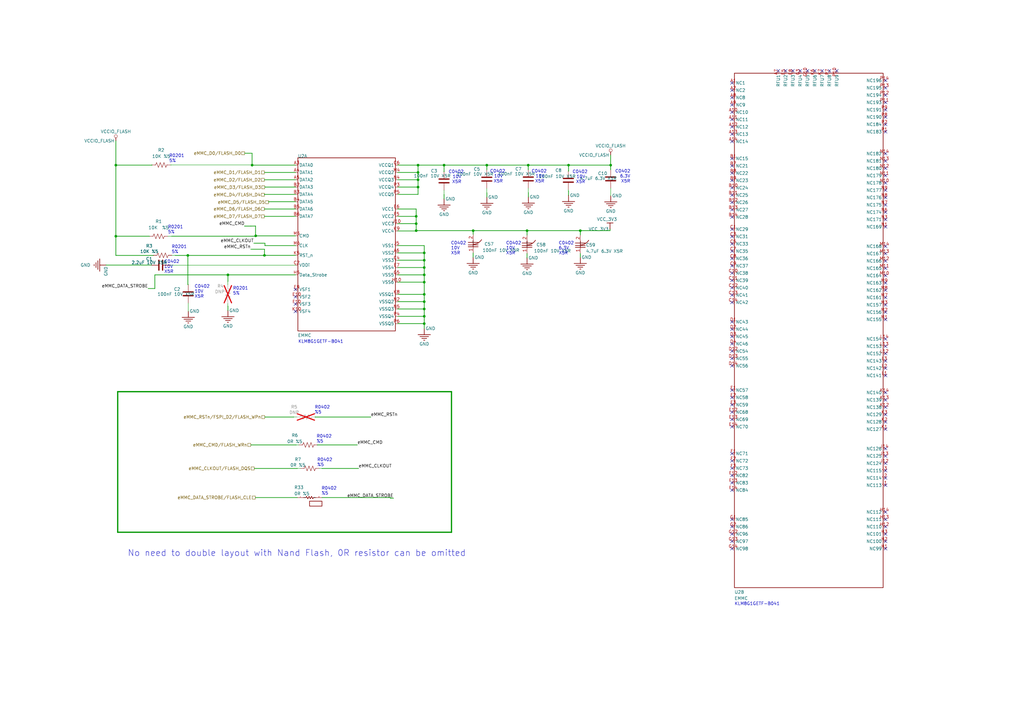
<source format=kicad_sch>
(kicad_sch (version 20230819) (generator eeschema)
  (paper "A3")
  (lib_symbols
    (symbol "CM3568-altium-import:GND" (power)
      (property "Reference" "#PWR" (at 0 0 0))
      (property "Value" "GND" (at 0 6.35 0))
      (symbol "GND_0_0"
        (polyline (pts (xy -2.54 -2.54) (xy 2.54 -2.54)) (stroke (width 0.254)))
        (polyline (pts (xy -1.778 -3.302) (xy 1.778 -3.302)) (stroke (width 0.254)))
        (polyline (pts (xy -1.016 -4.064) (xy 1.016 -4.064)) (stroke (width 0.254)))
        (polyline (pts (xy -0.254 -4.826) (xy 0.254 -4.826)) (stroke (width 0.254)))
        (polyline (pts (xy 0 0) (xy 0 -2.54)) (stroke (width 0.254)))
        (pin power_in line (at 0 0 0) (length 0) (name "GND") (number ""))
      )
    )
    (symbol "CM3568-altium-import:VCCIO_FLASH" (power)
      (property "Reference" "#PWR" (at 0 0 0))
      (property "Value" "VCCIO_FLASH" (at 0 3.81 0))
      (symbol "VCCIO_FLASH_0_0"
        (circle (center 0 -1.905) (radius 0.635) (stroke (width 0.127)))
        (polyline (pts (xy 0 0) (xy 0 -1.27)) (stroke (width 0.254)))
        (pin power_in line (at 0 0 0) (length 0) (name "VCCIO_FLASH") (number ""))
      )
    )
    (symbol "CM3568-altium-import:VCC_3V3" (power)
      (property "Reference" "#PWR" (at 0 0 0))
      (property "Value" "VCC_3V3" (at 0 3.81 0))
      (symbol "VCC_3V3_0_0"
        (polyline (pts (xy -1.27 -2.54) (xy 1.27 -2.54)) (stroke (width 0.254)))
        (polyline (pts (xy 0 0) (xy 0 -2.54)) (stroke (width 0.254)))
        (pin power_in line (at 0 0 0) (length 0) (name "VCC_3V3") (number ""))
      )
    )
    (symbol "CM3568-altium-import:root_0_EMMC"
      (symbol "root_0_EMMC_1_0"
        (rectangle (start 73 82) (end 33 11) (stroke (width 0.254)))
        (pin passive line (at 32 79 0) (length 1) (name "DATA0") (number "A3"))
        (pin passive line (at 32 76 0) (length 1) (name "DATA1") (number "A4"))
        (pin passive line (at 32 73 0) (length 1) (name "DATA2") (number "A5"))
        (pin passive line (at 74 43 180) (length 1) (name "VSS2") (number "A6"))
        (pin passive line (at 32 70 0) (length 1) (name "DATA3") (number "B2"))
        (pin passive line (at 32 67 0) (length 1) (name "DATA4") (number "B3"))
        (pin passive line (at 32 64 0) (length 1) (name "DATA5") (number "B4"))
        (pin passive line (at 32 61 0) (length 1) (name "DATA6") (number "B5"))
        (pin passive line (at 32 58 0) (length 1) (name "DATA7") (number "B6"))
        (pin passive line (at 32 38 0) (length 1) (name "VDDi") (number "C2"))
        (pin passive line (at 74 40 180) (length 1) (name "VSS3") (number "C4"))
        (pin passive line (at 74 79 180) (length 1) (name "VCCQ1") (number "C6"))
        (pin passive line (at 32 25 0) (length 1) (name "VSF2") (number "E10"))
        (pin passive line (at 74 61 180) (length 1) (name "VCC1") (number "E6"))
        (pin passive line (at 74 37 180) (length 1) (name "VSS4") (number "E7"))
        (pin passive line (at 32 28 0) (length 1) (name "VSF1") (number "E9"))
        (pin passive line (at 32 22 0) (length 1) (name "VSF3") (number "F10"))
        (pin passive line (at 74 58 180) (length 1) (name "VCC2") (number "F5"))
        (pin passive line (at 74 34 180) (length 1) (name "VSS5") (number "G5"))
        (pin passive line (at 74 31 180) (length 1) (name "VSS6") (number "H10"))
        (pin passive line (at 32 34 0) (length 1) (name "Data_Strobe") (number "H5"))
        (pin passive line (at 74 55 180) (length 1) (name "VCC3") (number "J10"))
        (pin passive line (at 74 46 180) (length 1) (name "VSS1") (number "J5"))
        (pin passive line (at 32 19 0) (length 1) (name "VSF4") (number "K10"))
        (pin passive line (at 32 42 0) (length 1) (name "RST_n") (number "K5"))
        (pin passive line (at 74 26 180) (length 1) (name "VSSQ1") (number "K8"))
        (pin passive line (at 74 52 180) (length 1) (name "VCC4") (number "K9"))
        (pin passive line (at 74 76 180) (length 1) (name "VCCQ2") (number "M4"))
        (pin passive line (at 32 50 0) (length 1) (name "CMD") (number "M5"))
        (pin passive line (at 32 46 0) (length 1) (name "CLK") (number "M6"))
        (pin passive line (at 74 23 180) (length 1) (name "VSSQ2") (number "N2"))
        (pin passive line (at 74 73 180) (length 1) (name "VCCQ3") (number "N4"))
        (pin passive line (at 74 20 180) (length 1) (name "VSSQ3") (number "N5"))
        (pin passive line (at 74 70 180) (length 1) (name "VCCQ4") (number "P3"))
        (pin passive line (at 74 17 180) (length 1) (name "VSSQ4") (number "P4"))
        (pin passive line (at 74 67 180) (length 1) (name "VCCQ5") (number "P5"))
        (pin passive line (at 74 14 180) (length 1) (name "VSSQ5") (number "P6"))
      )
      (symbol "root_0_EMMC_2_0"
        (rectangle (start 136 245) (end 75 34) (stroke (width 0.254)))
        (pin passive line (at 74 241 0) (length 1) (name "NC1") (number "A1"))
        (pin passive line (at 74 229 0) (length 1) (name "NC10") (number "A10"))
        (pin passive line (at 74 226 0) (length 1) (name "NC11") (number "A11"))
        (pin passive line (at 74 223 0) (length 1) (name "NC12") (number "A12"))
        (pin passive line (at 74 220 0) (length 1) (name "NC13") (number "A13"))
        (pin passive line (at 74 217 0) (length 1) (name "NC14") (number "A14"))
        (pin passive line (at 74 238 0) (length 1) (name "NC2") (number "A2"))
        (pin passive line (at 93 246 270) (length 1) (name "RFU1") (number "A7"))
        (pin passive line (at 74 235 0) (length 1) (name "NC8") (number "A8"))
        (pin passive line (at 74 232 0) (length 1) (name "NC9") (number "A9"))
        (pin passive line (at 74 210 0) (length 1) (name "NC15") (number "B1"))
        (pin passive line (at 74 198 0) (length 1) (name "NC24") (number "B10"))
        (pin passive line (at 74 195 0) (length 1) (name "NC25") (number "B11"))
        (pin passive line (at 74 192 0) (length 1) (name "NC26") (number "B12"))
        (pin passive line (at 74 189 0) (length 1) (name "NC27") (number "B13"))
        (pin passive line (at 74 186 0) (length 1) (name "NC28") (number "B14"))
        (pin passive line (at 74 207 0) (length 1) (name "NC21") (number "B7"))
        (pin passive line (at 74 204 0) (length 1) (name "NC22") (number "B8"))
        (pin passive line (at 74 201 0) (length 1) (name "NC23") (number "B9"))
        (pin passive line (at 74 181 0) (length 1) (name "NC29") (number "C1"))
        (pin passive line (at 74 163 0) (length 1) (name "NC38") (number "C10"))
        (pin passive line (at 74 160 0) (length 1) (name "NC39") (number "C11"))
        (pin passive line (at 74 157 0) (length 1) (name "NC40") (number "C12"))
        (pin passive line (at 74 154 0) (length 1) (name "NC41") (number "C13"))
        (pin passive line (at 74 151 0) (length 1) (name "NC42") (number "C14"))
        (pin passive line (at 74 178 0) (length 1) (name "NC31") (number "C3"))
        (pin passive line (at 74 175 0) (length 1) (name "NC33") (number "C5"))
        (pin passive line (at 74 172 0) (length 1) (name "NC35") (number "C7"))
        (pin passive line (at 74 169 0) (length 1) (name "NC36") (number "C8"))
        (pin passive line (at 74 166 0) (length 1) (name "NC37") (number "C9"))
        (pin passive line (at 74 143 0) (length 1) (name "NC43") (number "D1"))
        (pin passive line (at 74 131 0) (length 1) (name "NC54") (number "D12"))
        (pin passive line (at 74 128 0) (length 1) (name "NC55") (number "D13"))
        (pin passive line (at 74 125 0) (length 1) (name "NC56") (number "D14"))
        (pin passive line (at 74 140 0) (length 1) (name "NC44") (number "D2"))
        (pin passive line (at 74 137 0) (length 1) (name "NC45") (number "D3"))
        (pin passive line (at 74 134 0) (length 1) (name "NC46") (number "D4"))
        (pin passive line (at 74 115 0) (length 1) (name "NC57") (number "E1"))
        (pin passive line (at 74 106 0) (length 1) (name "NC68") (number "E12"))
        (pin passive line (at 74 103 0) (length 1) (name "NC69") (number "E13"))
        (pin passive line (at 74 100 0) (length 1) (name "NC70") (number "E14"))
        (pin passive line (at 74 112 0) (length 1) (name "NC58") (number "E2"))
        (pin passive line (at 74 109 0) (length 1) (name "NC59") (number "E3"))
        (pin passive line (at 96 246 270) (length 1) (name "RFU2") (number "E5"))
        (pin passive line (at 99 246 270) (length 1) (name "RFU3") (number "E8"))
        (pin passive line (at 74 89 0) (length 1) (name "NC71") (number "F1"))
        (pin passive line (at 74 80 0) (length 1) (name "NC82") (number "F12"))
        (pin passive line (at 74 77 0) (length 1) (name "NC83") (number "F13"))
        (pin passive line (at 74 74 0) (length 1) (name "NC84") (number "F14"))
        (pin passive line (at 74 86 0) (length 1) (name "NC72") (number "F2"))
        (pin passive line (at 74 83 0) (length 1) (name "NC73") (number "F3"))
        (pin passive line (at 74 62 0) (length 1) (name "NC85") (number "G1"))
        (pin passive line (at 105 246 270) (length 1) (name "RFU5") (number "G10"))
        (pin passive line (at 74 56 0) (length 1) (name "NC96") (number "G12"))
        (pin passive line (at 74 53 0) (length 1) (name "NC97") (number "G13"))
        (pin passive line (at 74 50 0) (length 1) (name "NC98") (number "G14"))
        (pin passive line (at 74 59 0) (length 1) (name "NC86") (number "G2"))
        (pin passive line (at 102 246 270) (length 1) (name "RFU4") (number "G3"))
        (pin passive line (at 137 50 180) (length 1) (name "NC99") (number "H1"))
        (pin passive line (at 137 59 180) (length 1) (name "NC110") (number "H12"))
        (pin passive line (at 137 62 180) (length 1) (name "NC111") (number "H13"))
        (pin passive line (at 137 65 180) (length 1) (name "NC112") (number "H14"))
        (pin passive line (at 137 53 180) (length 1) (name "NC100") (number "H2"))
        (pin passive line (at 137 56 180) (length 1) (name "NC101") (number "H3"))
        (pin passive line (at 137 76 180) (length 1) (name "NC113") (number "J1"))
        (pin passive line (at 137 85 180) (length 1) (name "NC124") (number "J12"))
        (pin passive line (at 137 88 180) (length 1) (name "NC125") (number "J13"))
        (pin passive line (at 137 91 180) (length 1) (name "NC126") (number "J14"))
        (pin passive line (at 137 79 180) (length 1) (name "NC114") (number "J2"))
        (pin passive line (at 137 82 180) (length 1) (name "NC115") (number "J3"))
        (pin passive line (at 137 99 180) (length 1) (name "NC127") (number "K1"))
        (pin passive line (at 137 108 180) (length 1) (name "NC138") (number "K12"))
        (pin passive line (at 137 111 180) (length 1) (name "NC139") (number "K13"))
        (pin passive line (at 137 114 180) (length 1) (name "NC140") (number "K14"))
        (pin passive line (at 137 102 180) (length 1) (name "NC128") (number "K2"))
        (pin passive line (at 137 105 180) (length 1) (name "NC129") (number "K3"))
        (pin passive line (at 108 246 270) (length 1) (name "RFU6") (number "K6"))
        (pin passive line (at 111 246 270) (length 1) (name "RFU7") (number "K7"))
        (pin passive line (at 137 121 180) (length 1) (name "NC141") (number "L1"))
        (pin passive line (at 137 130 180) (length 1) (name "NC152") (number "L12"))
        (pin passive line (at 137 133 180) (length 1) (name "NC153") (number "L13"))
        (pin passive line (at 137 136 180) (length 1) (name "NC154") (number "L14"))
        (pin passive line (at 137 124 180) (length 1) (name "NC142") (number "L2"))
        (pin passive line (at 137 127 180) (length 1) (name "NC143") (number "L3"))
        (pin passive line (at 137 144 180) (length 1) (name "NC155") (number "M1"))
        (pin passive line (at 137 162 180) (length 1) (name "NC164") (number "M10"))
        (pin passive line (at 137 165 180) (length 1) (name "NC165") (number "M11"))
        (pin passive line (at 137 168 180) (length 1) (name "NC166") (number "M12"))
        (pin passive line (at 137 171 180) (length 1) (name "NC167") (number "M13"))
        (pin passive line (at 137 174 180) (length 1) (name "NC168") (number "M14"))
        (pin passive line (at 137 147 180) (length 1) (name "NC156") (number "M2"))
        (pin passive line (at 137 150 180) (length 1) (name "NC157") (number "M3"))
        (pin passive line (at 137 153 180) (length 1) (name "NC161") (number "M7"))
        (pin passive line (at 137 156 180) (length 1) (name "NC162") (number "M8"))
        (pin passive line (at 137 159 180) (length 1) (name "NC163") (number "M9"))
        (pin passive line (at 137 182 180) (length 1) (name "NC169") (number "N1"))
        (pin passive line (at 137 200 180) (length 1) (name "NC178") (number "N10"))
        (pin passive line (at 137 203 180) (length 1) (name "NC179") (number "N11"))
        (pin passive line (at 137 206 180) (length 1) (name "NC180") (number "N12"))
        (pin passive line (at 137 209 180) (length 1) (name "NC181") (number "N13"))
        (pin passive line (at 137 212 180) (length 1) (name "NC182") (number "N14"))
        (pin passive line (at 137 185 180) (length 1) (name "NC171") (number "N3"))
        (pin passive line (at 137 188 180) (length 1) (name "NC174") (number "N6"))
        (pin passive line (at 137 191 180) (length 1) (name "NC175") (number "N7"))
        (pin passive line (at 137 194 180) (length 1) (name "NC176") (number "N8"))
        (pin passive line (at 137 197 180) (length 1) (name "NC177") (number "N9"))
        (pin passive line (at 137 221 180) (length 1) (name "NC183") (number "P1"))
        (pin passive line (at 117 246 270) (length 1) (name "RFU9") (number "P10"))
        (pin passive line (at 137 233 180) (length 1) (name "NC193") (number "P11"))
        (pin passive line (at 137 236 180) (length 1) (name "NC194") (number "P12"))
        (pin passive line (at 137 239 180) (length 1) (name "NC195") (number "P13"))
        (pin passive line (at 137 242 180) (length 1) (name "NC196") (number "P14"))
        (pin passive line (at 137 224 180) (length 1) (name "NC184") (number "P2"))
        (pin passive line (at 114 246 270) (length 1) (name "RFU8") (number "P7"))
        (pin passive line (at 137 227 180) (length 1) (name "NC190") (number "P8"))
        (pin passive line (at 137 230 180) (length 1) (name "NC191") (number "P9"))
      )
    )
    (symbol "CM3568-altium-import:root_0_R0201_22R"
      (symbol "root_0_R0201_22R_1_0"
        (polyline (pts (xy 2.58 -0.04) (xy 1.564 -0.04) (xy 1.31 -0.548) (xy 0.802 0.468) (xy 0.294 -0.548) (xy -0.214 0.468) (xy -0.722 -0.548) (xy -1.23 0.468) (xy -1.484 -0.04) (xy -2.5 -0.04)) (stroke (width 0.254)))
        (rectangle (start 5.08 -1.524) (end 0 -3.556) (stroke (width 0.254)))
        (pin passive line (at -5.04 -0.04 0) (length 2.54) (name "1") (number "1"))
        (pin passive line (at 5.12 -0.04 180) (length 2.54) (name "2") (number "2"))
      )
    )
    (symbol "CM3568-altium-import:root_1_mirrored_C0201_100nF"
      (symbol "root_1_mirrored_C0201_100nF_1_0"
        (arc (start -2.54 1.016) (mid -1.5225 1.1454) (end -0.5697 1.5255) (stroke (width 0.254)))
        (arc (start -0.5697 1.5255) (mid 0.2575 2.132) (end 0.9065 2.9264) (stroke (width 0.254)))
        (polyline (pts (xy -4.572 0) (xy -0.508 0)) (stroke (width 0.254)))
        (polyline (pts (xy -4.572 0.762) (xy -0.508 0.762)) (stroke (width 0.254)))
        (polyline (pts (xy -2.54 0) (xy -2.54 0.762)) (stroke (width 0.254)))
        (polyline (pts (xy -2.54 1.016) (xy -2.54 2.54)) (stroke (width 0.254)))
        (polyline (pts (xy -2.54 2.54) (xy -2.54 1.778)) (stroke (width 0.254)))
        (polyline (pts (xy -0.508 1.778) (xy -4.572 1.778)) (stroke (width 0.254)))
        (pin passive line (at -2.54 -2.54 90) (length 2.54) (name "1") (number "1"))
        (pin passive line (at -2.54 5.08 270) (length 2.54) (name "2") (number "2"))
      )
    )
    (symbol "Device:C" (pin_numbers hide) (pin_names (offset 0.254))
      (property "Reference" "C" (at 0.635 2.54 0))
      (property "Value" "C" (at 0.635 -2.54 0))
      (symbol "C_0_1"
        (polyline (pts (xy -2.032 -0.762) (xy 2.032 -0.762)) (stroke (width 0.508)))
        (polyline (pts (xy -2.032 0.762) (xy 2.032 0.762)) (stroke (width 0.508)))
      )
      (symbol "C_1_1"
        (pin passive line (at 0 3.81 270) (length 2.794) (name "~") (number "1"))
        (pin passive line (at 0 -3.81 90) (length 2.794) (name "~") (number "2"))
      )
    )
    (symbol "Device:R_US" (pin_numbers hide) (pin_names (offset 0))
      (property "Reference" "R" (at 2.54 0 90))
      (property "Value" "R_US" (at -2.54 0 90))
      (symbol "R_US_0_1"
        (polyline (pts (xy 0 -2.286) (xy 0 -2.54)))
        (polyline (pts (xy 0 2.286) (xy 0 2.54)))
        (polyline (pts (xy 0 -0.762) (xy 1.016 -1.143) (xy 0 -1.524) (xy -1.016 -1.905) (xy 0 -2.286)))
        (polyline (pts (xy 0 0.762) (xy 1.016 0.381) (xy 0 0) (xy -1.016 -0.381) (xy 0 -0.762)))
        (polyline (pts (xy 0 2.286) (xy 1.016 1.905) (xy 0 1.524) (xy -1.016 1.143) (xy 0 0.762)))
      )
      (symbol "R_US_1_1"
        (pin passive line (at 0 3.81 270) (length 1.27) (name "~") (number "1"))
        (pin passive line (at 0 -3.81 90) (length 1.27) (name "~") (number "2"))
      )
    )
  )
  (junction (at 174.002 103.73))
  (junction (at 171.462 76.73))
  (junction (at 174.002 112.73))
  (junction (at 171.462 70.73))
  (junction (at 104.872 96.73))
  (junction (at 250.456 67.73))
  (junction (at 174.002 123.73))
  (junction (at 174.002 132.73))
  (junction (at 194.068 94.6))
  (junction (at 174.002 109.73))
  (junction (at 174.002 129.73))
  (junction (at 108.47 104.73))
  (junction (at 174.002 126.73))
  (junction (at 77.0449 104.76))
  (junction (at 170.7 88.73))
  (junction (at 171.462 67.73))
  (junction (at 182.13 67.73))
  (junction (at 93.484 112.73))
  (junction (at 174.002 120.73))
  (junction (at 47.51 96.886))
  (junction (at 103.4081 67.73))
  (junction (at 174.002 115.73))
  (junction (at 216.166 94.6))
  (junction (at 171.462 73.73))
  (junction (at 174.002 106.73))
  (junction (at 216.653 67.73))
  (junction (at 47.51 67.73))
  (junction (at 170.7 91.73))
  (junction (at 238.01 94.6))
  (junction (at 199.6671 67.73))
  (junction (at 233.184 67.73))
  (junction (at 170.7 94.6))
  (no_connect (at 121.17 118.73))
  (no_connect (at 300.22 43.03))
  (no_connect (at 300.22 46.03))
  (no_connect (at 300.22 132.03))
  (no_connect (at 363.22 151.03))
  (no_connect (at 363.22 72.03))
  (no_connect (at 363.22 219.03))
  (no_connect (at 363.22 75.03))
  (no_connect (at 300.22 192.03))
  (no_connect (at 363.22 142.03))
  (no_connect (at 363.22 148.03))
  (no_connect (at 300.22 89.03))
  (no_connect (at 300.22 109.03))
  (no_connect (at 363.22 90.03))
  (no_connect (at 363.22 63.03))
  (no_connect (at 363.22 36.03))
  (no_connect (at 363.22 167.03))
  (no_connect (at 300.22 141.03))
  (no_connect (at 300.22 94.03))
  (no_connect (at 300.22 169.03))
  (no_connect (at 300.22 195.03))
  (no_connect (at 300.22 121.03))
  (no_connect (at 337.22 29.03))
  (no_connect (at 325.22 29.03))
  (no_connect (at 363.22 51.03))
  (no_connect (at 363.22 225.03))
  (no_connect (at 300.22 216.03))
  (no_connect (at 363.22 69.03))
  (no_connect (at 300.22 160.03))
  (no_connect (at 363.22 110.03))
  (no_connect (at 300.22 86.03))
  (no_connect (at 363.22 54.03))
  (no_connect (at 363.22 184.03))
  (no_connect (at 300.22 106.03))
  (no_connect (at 334.22 29.03))
  (no_connect (at 363.22 196.03))
  (no_connect (at 363.22 145.03))
  (no_connect (at 363.22 66.03))
  (no_connect (at 300.22 55.03))
  (no_connect (at 363.22 222.03))
  (no_connect (at 363.22 187.03))
  (no_connect (at 300.22 74.03))
  (no_connect (at 363.22 131.03))
  (no_connect (at 300.22 83.03))
  (no_connect (at 363.22 210.03))
  (no_connect (at 363.22 170.03))
  (no_connect (at 300.22 37.03))
  (no_connect (at 363.22 113.03))
  (no_connect (at 363.22 193.03))
  (no_connect (at 363.22 164.03))
  (no_connect (at 363.22 154.03))
  (no_connect (at 331.22 29.03))
  (no_connect (at 300.22 71.03))
  (no_connect (at 300.22 163.03))
  (no_connect (at 340.22 29.03))
  (no_connect (at 363.22 45.03))
  (no_connect (at 300.22 118.03))
  (no_connect (at 300.22 80.03))
  (no_connect (at 300.22 222.03))
  (no_connect (at 363.22 173.03))
  (no_connect (at 300.22 219.03))
  (no_connect (at 363.22 87.03))
  (no_connect (at 328.22 29.03))
  (no_connect (at 300.22 40.03))
  (no_connect (at 300.22 150.03))
  (no_connect (at 300.22 68.03))
  (no_connect (at 300.22 144.03))
  (no_connect (at 300.22 100.03))
  (no_connect (at 300.22 186.03))
  (no_connect (at 300.22 97.03))
  (no_connect (at 300.22 213.03))
  (no_connect (at 363.22 122.03))
  (no_connect (at 300.22 189.03))
  (no_connect (at 363.22 33.03))
  (no_connect (at 300.22 52.03))
  (no_connect (at 300.22 166.03))
  (no_connect (at 121.17 124.73))
  (no_connect (at 300.22 175.03))
  (no_connect (at 363.22 84.03))
  (no_connect (at 300.22 112.03))
  (no_connect (at 300.22 147.03))
  (no_connect (at 121.17 121.73))
  (no_connect (at 363.22 116.03))
  (no_connect (at 121.17 127.73))
  (no_connect (at 300.22 115.03))
  (no_connect (at 363.22 48.03))
  (no_connect (at 363.22 119.03))
  (no_connect (at 363.22 216.03))
  (no_connect (at 300.22 201.03))
  (no_connect (at 300.22 77.03))
  (no_connect (at 363.22 139.03))
  (no_connect (at 300.22 172.03))
  (no_connect (at 300.22 138.03))
  (no_connect (at 363.22 78.03))
  (no_connect (at 363.22 176.03))
  (no_connect (at 300.22 225.03))
  (no_connect (at 363.22 81.03))
  (no_connect (at 300.22 135.03))
  (no_connect (at 363.22 104.03))
  (no_connect (at 300.22 103.03))
  (no_connect (at 363.22 107.03))
  (no_connect (at 363.22 101.03))
  (no_connect (at 363.22 128.03))
  (no_connect (at 363.22 39.03))
  (no_connect (at 363.22 213.03))
  (no_connect (at 363.22 161.03))
  (no_connect (at 343.22 29.03))
  (no_connect (at 319.22 29.03))
  (no_connect (at 300.22 65.03))
  (no_connect (at 363.22 93.03))
  (no_connect (at 363.22 199.03))
  (no_connect (at 363.22 42.03))
  (no_connect (at 322.22 29.03))
  (no_connect (at 363.22 125.03))
  (no_connect (at 363.22 190.03))
  (no_connect (at 300.22 49.03))
  (no_connect (at 300.22 198.03))
  (no_connect (at 300.22 34.03))
  (no_connect (at 300.22 124.03))
  (no_connect (at 300.22 58.03))
  (wire (pts (xy 130.2213 182.484) (xy 130.2213 182.4872)) (stroke (width 0.254)))
  (wire (pts (xy 216.166 103.998) (xy 216.166 105.776)) (stroke (width 0.254)))
  (wire (pts (xy 103.39 67.73) (xy 103.39 62.85)) (stroke (width 0.254)))
  (wire (pts (xy 62.1185 108.73) (xy 62.1185 108.7505)) (stroke (width 0.254)))
  (wire (pts (xy 174.002 120.73) (xy 174.002 115.73)) (stroke (width 0.254)))
  (wire (pts (xy 121.17 76.73) (xy 108.61 76.73)) (stroke (width 0.254)))
  (wire (pts (xy 185.178 160.64) (xy 185.178 218.298)) (stroke (width 0.508)))
  (wire (pts (xy 108.47 104.73) (xy 108.47 102.22)) (stroke (width 0.254)))
  (wire (pts (xy 163.17 112.73) (xy 174.002 112.73)) (stroke (width 0.254)))
  (wire (pts (xy 216.166 94.6) (xy 238.01 94.6)) (stroke (width 0.254)))
  (wire (pts (xy 71.894 104.76) (xy 77.0449 104.76)) (stroke (width 0.254)))
  (wire (pts (xy 63.5 112.73) (xy 63.5 118.3393)) (stroke (width 0.254)))
  (wire (pts (xy 250.4582 77.173) (xy 250.4582 80.2625)))
  (wire (pts (xy 199.6671 79.0881) (xy 199.6869 79.0881)))
  (wire (pts (xy 104.1021 99.7569) (xy 108.6588 99.7569)) (stroke (width 0.254)))
  (wire (pts (xy 174.002 129.73) (xy 174.002 126.73)) (stroke (width 0.254)))
  (wire (pts (xy 199.6671 67.73) (xy 199.6671 69.6588)) (stroke (width 0.254)))
  (wire (pts (xy 216.6904 77.194) (xy 216.6904 79.0033)))
  (wire (pts (xy 103.4081 67.657) (xy 103.4081 67.73)))
  (wire (pts (xy 182.1378 79.8127) (xy 182.1378 81.5907)) (stroke (width 0.254)))
  (wire (pts (xy 171.462 73.73) (xy 163.17 73.73)) (stroke (width 0.254)))
  (wire (pts (xy 174.002 106.73) (xy 174.002 109.73)) (stroke (width 0.254)))
  (wire (pts (xy 108.587 171.054) (xy 120.408 171.054)) (stroke (width 0.254)))
  (wire (pts (xy 163.17 76.73) (xy 171.462 76.73)) (stroke (width 0.254)))
  (wire (pts (xy 163.17 106.73) (xy 174.002 106.73)) (stroke (width 0.254)))
  (wire (pts (xy 69.7385 108.7505) (xy 121.17 108.7505)))
  (wire (pts (xy 47.51 104.76) (xy 62.8669 104.76)) (stroke (width 0.254)))
  (wire (pts (xy 182.118 79.8127) (xy 182.1378 79.8127)))
  (wire (pts (xy 170.7 88.73) (xy 170.7 91.73)) (stroke (width 0.254)))
  (wire (pts (xy 174.002 103.73) (xy 174.002 106.73)) (stroke (width 0.254)))
  (wire (pts (xy 93.484 115.428) (xy 93.484 112.73)) (stroke (width 0.254)))
  (wire (pts (xy 250.456 67.73) (xy 250.456 69.553)) (stroke (width 0.254)))
  (wire (pts (xy 216.653 67.73) (xy 233.184 67.73)) (stroke (width 0.254)))
  (wire (pts (xy 238.01 105.522) (xy 238.01 103.998)) (stroke (width 0.254)))
  (wire (pts (xy 163.17 70.73) (xy 171.462 70.73)) (stroke (width 0.254)))
  (wire (pts (xy 61.262 96.886) (xy 61.262 96.9257)) (stroke (width 0.254)))
  (wire (pts (xy 77.0449 104.76) (xy 77.0449 116.695)) (stroke (width 0.254)))
  (wire (pts (xy 47.51 67.73) (xy 62.2952 67.73)) (stroke (width 0.254)))
  (wire (pts (xy 48.272 160.64) (xy 185.178 160.64)) (stroke (width 0.508)))
  (wire (pts (xy 160.1306 204.3266) (xy 160.1306 204.074)) (stroke (width 0.254)))
  (wire (pts (xy 194.068 94.6) (xy 216.166 94.6)) (stroke (width 0.254)))
  (wire (pts (xy 174.002 103.73) (xy 174.002 100.73)) (stroke (width 0.254)))
  (wire (pts (xy 104.872 96.886) (xy 104.872 96.73)) (stroke (width 0.254)))
  (wire (pts (xy 103.39 67.73) (xy 103.4081 67.73)) (stroke (width 0.254)))
  (wire (pts (xy 163.17 88.73) (xy 170.7 88.73)) (stroke (width 0.254)))
  (wire (pts (xy 199.6869 79.0881) (xy 199.6869 80.8661)) (stroke (width 0.254)))
  (wire (pts (xy 121.932 192.1229) (xy 121.932 192.136)))
  (wire (pts (xy 233.184 67.73) (xy 233.184 70.1407)) (stroke (width 0.254)))
  (wire (pts (xy 182.13 67.73) (xy 182.13 70.3834)) (stroke (width 0.254)))
  (wire (pts (xy 93.4548 115.428) (xy 93.484 115.428)))
  (wire (pts (xy 121.17 104.73) (xy 108.47 104.73)) (stroke (width 0.254)))
  (wire (pts (xy 121.17 73.73) (xy 108.452 73.73)) (stroke (width 0.254)))
  (wire (pts (xy 103.4081 67.73) (xy 121.17 67.73)) (stroke (width 0.254)))
  (wire (pts (xy 163.17 103.73) (xy 174.002 103.73)) (stroke (width 0.254)))
  (wire (pts (xy 130.9202 192.1229) (xy 132.092 192.1229)))
  (wire (pts (xy 163.17 132.73) (xy 174.002 132.73)) (stroke (width 0.254)))
  (wire (pts (xy 48.272 218.298) (xy 48.272 160.64)) (stroke (width 0.508)))
  (wire (pts (xy 121.17 112.73) (xy 93.484 112.73)) (stroke (width 0.254)))
  (wire (pts (xy 70.4869 104.7298) (xy 71.894 104.7298)))
  (wire (pts (xy 104.8116 92.71) (xy 104.8116 96.73)) (stroke (width 0.254)))
  (wire (pts (xy 77.181 127.62) (xy 77.228 127.62)))
  (wire (pts (xy 250.4582 80.2625) (xy 250.4976 80.2625)))
  (wire (pts (xy 60.7361 118.3393) (xy 63.5 118.3393)) (stroke (width 0.254)))
  (wire (pts (xy 104.8116 96.73) (xy 104.872 96.73)) (stroke (width 0.254)))
  (wire (pts (xy 70.37 96.9257) (xy 70.37 96.886)))
  (wire (pts (xy 121.17 70.73) (xy 108.47 70.73)) (stroke (width 0.254)))
  (wire (pts (xy 108.445 88.73) (xy 108.445 88.758)) (stroke (width 0.254)))
  (wire (pts (xy 123.3002 192.1229) (xy 121.932 192.1229)))
  (wire (pts (xy 121.17 85.73) (xy 108.47 85.73)) (stroke (width 0.254)))
  (wire (pts (xy 163.17 120.73) (xy 174.002 120.73)) (stroke (width 0.254)))
  (wire (pts (xy 182.13 67.73) (xy 171.462 67.73)) (stroke (width 0.254)))
  (wire (pts (xy 216.6904 79.0033) (xy 216.7102 79.0033)))
  (wire (pts (xy 93.4548 125.588) (xy 93.484 125.588)))
  (wire (pts (xy 104.872 96.73) (xy 121.17 96.73)) (stroke (width 0.254)))
  (wire (pts (xy 174.002 132.73) (xy 174.002 129.73)) (stroke (width 0.254)))
  (wire (pts (xy 163.17 115.73) (xy 174.002 115.73)) (stroke (width 0.254)))
  (wire (pts (xy 47.51 96.886) (xy 47.51 67.73)) (stroke (width 0.254)))
  (wire (pts (xy 71.894 104.7298) (xy 71.894 104.76)))
  (wire (pts (xy 100.33 92.71) (xy 100.33 92.7403)) (stroke (width 0.254)))
  (wire (pts (xy 199.6671 67.73) (xy 216.653 67.73)) (stroke (width 0.254)))
  (wire (pts (xy 233.184 70.1407) (xy 233.1177 70.1407)) (stroke (width 0.254)))
  (wire (pts (xy 93.4548 116.8583) (xy 93.4548 115.428)))
  (wire (pts (xy 121.424 182.484) (xy 102.882 182.484)) (stroke (width 0.254)))
  (wire (pts (xy 238.01 94.6) (xy 238.01 96.378)) (stroke (width 0.254)))
  (wire (pts (xy 121.17 88.73) (xy 108.445 88.73)) (stroke (width 0.254)))
  (wire (pts (xy 100.33 92.7403) (xy 102.9304 92.7403)) (stroke (width 0.254)))
  (wire (pts (xy 174.002 100.73) (xy 163.17 100.73)) (stroke (width 0.254)))
  (wire (pts (xy 77.0449 104.76) (xy 108.47 104.76)) (stroke (width 0.254)))
  (wire (pts (xy 47.51 104.76) (xy 47.51 96.886)) (stroke (width 0.254)))
  (wire (pts (xy 182.13 67.73) (xy 199.6671 67.73)) (stroke (width 0.254)))
  (wire (pts (xy 43.446 108.73) (xy 62.1185 108.73)) (stroke (width 0.254)))
  (wire (pts (xy 174.002 132.73) (xy 174.002 134.732)) (stroke (width 0.254)))
  (wire (pts (xy 199.6671 77.2788) (xy 199.6671 79.0881)))
  (wire (pts (xy 170.7 94.6) (xy 194.068 94.6)) (stroke (width 0.254)))
  (wire (pts (xy 161.4006 204.3266) (xy 160.1306 204.3266)) (stroke (width 0.254)))
  (wire (pts (xy 122.6013 182.4872) (xy 121.424 182.4872)))
  (wire (pts (xy 170.7 94.6) (xy 170.7 94.73)) (stroke (width 0.254)))
  (wire (pts (xy 216.7102 79.0033) (xy 216.7102 80.7813)) (stroke (width 0.254)))
  (wire (pts (xy 163.17 129.73) (xy 174.002 129.73)) (stroke (width 0.254)))
  (wire (pts (xy 121.17 100.73) (xy 108.6588 100.73)) (stroke (width 0.254)))
  (wire (pts (xy 194.068 103.744) (xy 194.068 105.522)) (stroke (width 0.254)))
  (wire (pts (xy 47.51 57.77) (xy 47.51 67.73)) (stroke (width 0.254)))
  (wire (pts (xy 250.456 67.73) (xy 233.184 67.73)) (stroke (width 0.254)))
  (wire (pts (xy 250.456 69.553) (xy 250.4582 69.553)) (stroke (width 0.254)))
  (wire (pts (xy 121.6479 171.0229) (xy 120.408 171.0229)))
  (wire (pts (xy 68.882 96.9257) (xy 70.37 96.9257)))
  (wire (pts (xy 108.47 85.73) (xy 108.47 85.71)) (stroke (width 0.254)))
  (wire (pts (xy 102.9304 92.7403) (xy 104.8116 92.71)) (stroke (width 0.254)))
  (wire (pts (xy 108.47 104.76) (xy 108.47 104.73)) (stroke (width 0.254)))
  (wire (pts (xy 233.1177 77.7607) (xy 233.1177 78.3456)))
  (wire (pts (xy 216.653 67.73) (xy 216.653 69.574)) (stroke (width 0.254)))
  (wire (pts (xy 163.17 79.73) (xy 171.462 79.73)) (stroke (width 0.254)))
  (wire (pts (xy 171.462 67.73) (xy 163.17 67.73)) (stroke (width 0.254)))
  (wire (pts (xy 108.61 76.73) (xy 108.61 76.82)) (stroke (width 0.254)))
  (wire (pts (xy 47.51 96.886) (xy 61.262 96.886)) (stroke (width 0.254)))
  (wire (pts (xy 102.87 102.22) (xy 108.47 102.22)) (stroke (width 0.254)))
  (wire (pts (xy 233.1829 78.3456) (xy 233.1829 80.1236)) (stroke (width 0.254)))
  (wire (pts (xy 70.1706 67.6638) (xy 69.9152 67.6638)))
  (wire (pts (xy 93.484 127.366) (xy 93.484 125.588)) (stroke (width 0.254)))
  (wire (pts (xy 121.17 79.73) (xy 108.47 79.73)) (stroke (width 0.254)))
  (wire (pts (xy 163.17 85.73) (xy 170.7 85.73)) (stroke (width 0.254)))
  (wire (pts (xy 121.424 182.4872) (xy 121.424 182.484)))
  (wire (pts (xy 93.4548 124.4783) (xy 93.4548 125.588)))
  (wire (pts (xy 182.13 70.3834) (xy 182.118 70.3834)) (stroke (width 0.254)))
  (wire (pts (xy 250.19 94.6) (xy 238.01 94.6)) (stroke (width 0.254)))
  (wire (pts (xy 62.8669 104.76) (xy 62.8669 104.7298)) (stroke (width 0.254)))
  (wire (pts (xy 174.002 126.73) (xy 174.002 123.73)) (stroke (width 0.254)))
  (wire (pts (xy 93.484 112.73) (xy 63.5 112.73)) (stroke (width 0.254)))
  (wire (pts (xy 70.37 96.886) (xy 104.872 96.886)) (stroke (width 0.254)))
  (wire (pts (xy 182.118 78.0034) (xy 182.118 79.8127)))
  (wire (pts (xy 160.1306 204.074) (xy 132.092 204.074)) (stroke (width 0.254)))
  (wire (pts (xy 108.47 79.73) (xy 108.47 79.868)) (stroke (width 0.254)))
  (wire (pts (xy 163.17 91.73) (xy 170.7 91.73)) (stroke (width 0.254)))
  (wire (pts (xy 130.2213 182.484) (xy 146.57 182.484)) (stroke (width 0.254)))
  (wire (pts (xy 250.456 67.73) (xy 250.456 63.612)) (stroke (width 0.254)))
  (wire (pts (xy 110.18 82.73) (xy 110.18 82.916)) (stroke (width 0.254)))
  (wire (pts (xy 174.002 120.73) (xy 174.002 123.73)) (stroke (width 0.254)))
  (wire (pts (xy 174.002 112.73) (xy 174.002 109.73)) (stroke (width 0.254)))
  (wire (pts (xy 250.19 94.6) (xy 250.19 93.98)) (stroke (width 0.254)))
  (wire (pts (xy 194.068 96.124) (xy 194.068 94.6)) (stroke (width 0.254)))
  (wire (pts (xy 171.462 76.73) (xy 171.462 73.73)) (stroke (width 0.254)))
  (wire (pts (xy 132.092 192.1229) (xy 132.092 192.136)))
  (wire (pts (xy 108.452 73.73) (xy 108.452 73.772)) (stroke (width 0.254)))
  (wire (pts (xy 103.39 62.85) (xy 100.337 62.85)) (stroke (width 0.254)))
  (wire (pts (xy 70.1706 67.657) (xy 70.1706 67.6638)))
  (wire (pts (xy 216.653 69.574) (xy 216.6904 69.574)) (stroke (width 0.254)))
  (wire (pts (xy 170.7 85.73) (xy 170.7 88.73)) (stroke (width 0.254)))
  (wire (pts (xy 121.932 204.074) (xy 104.734 204.074)) (stroke (width 0.254)))
  (wire (pts (xy 70.1706 67.657) (xy 103.4081 67.657)))
  (wire (pts (xy 171.462 79.73) (xy 171.462 76.73)) (stroke (width 0.254)))
  (wire (pts (xy 147.078 192.136) (xy 132.092 192.136)) (stroke (width 0.254)))
  (wire (pts (xy 171.462 73.73) (xy 171.462 70.73)) (stroke (width 0.254)))
  (wire (pts (xy 62.2952 67.73) (xy 62.2952 67.6638)) (stroke (width 0.254)))
  (wire (pts (xy 77.0449 116.695) (xy 77.181 116.695)) (stroke (width 0.254)))
  (wire (pts (xy 171.462 70.73) (xy 171.462 67.73)) (stroke (width 0.254)))
  (wire (pts (xy 170.7 94.73) (xy 163.17 94.73)) (stroke (width 0.254)))
  (wire (pts (xy 185.178 218.298) (xy 48.272 218.298)) (stroke (width 0.508)))
  (wire (pts (xy 129.2679 171.054) (xy 129.2679 171.0229)) (stroke (width 0.254)))
  (wire (pts (xy 104.261 192.136) (xy 121.932 192.136)) (stroke (width 0.254)))
  (wire (pts (xy 163.17 126.73) (xy 174.002 126.73)) (stroke (width 0.254)))
  (wire (pts (xy 121.17 108.7505) (xy 121.17 108.73)))
  (wire (pts (xy 170.7 91.73) (xy 170.7 94.6)) (stroke (width 0.254)))
  (wire (pts (xy 108.6588 100.73) (xy 108.6588 99.7569)) (stroke (width 0.254)))
  (wire (pts (xy 233.1177 78.3456) (xy 233.1829 78.3456)))
  (wire (pts (xy 121.17 82.73) (xy 110.18 82.73)) (stroke (width 0.254)))
  (wire (pts (xy 216.166 96.378) (xy 216.166 94.6)) (stroke (width 0.254)))
  (wire (pts (xy 120.408 171.0229) (xy 120.408 171.054)))
  (wire (pts (xy 77.181 124.315) (xy 77.181 127.62)))
  (wire (pts (xy 129.2679 171.054) (xy 152.0969 171.054)) (stroke (width 0.254)))
  (wire (pts (xy 174.002 123.73) (xy 163.17 123.73)) (stroke (width 0.254)))
  (wire (pts (xy 174.002 109.73) (xy 163.17 109.73)) (stroke (width 0.254)))
  (wire (pts (xy 174.002 115.73) (xy 174.002 112.73)) (stroke (width 0.254)))
  (text "C0402  \n10V\nX5R\n" (at 67.31 112.268 0) (effects (font (size 1.27 1.27)) (justify left bottom)))
  (text "R0201\n5%" (at 95.504 121.158 0) (effects (font (size 1.27 1.27)) (justify left bottom)))
  (text "KLM8G1GETF-B041" (at 310.5465 247.7731 0) (effects (font (size 1.27 1.27))))
  (text "C0402\n10V \nX5R \n" (at 224.282 75.184 0) (effects (font (size 1.27 1.27)) (justify right bottom)))
  (text "R0402\n%5\n" (at 130.048 191.516 0) (effects (font (size 1.27 1.27)) (justify left bottom)))
  (text "No need to double layout with Nand Flash, 0R resistor can be omitted" (at 52.336 228.458 0) (effects (font (size 2.54 2.54)) (justify left bottom)))
  (text "R0201\n5%" (at 68.834 96.012 0) (effects (font (size 1.27 1.27)) (justify left bottom)))
  (text "C0402\n10V\nX5R\n" (at 207.518 104.648 0) (effects (font (size 1.27 1.27)) (justify left bottom)))
  (text "C0402\n10V\nX5R\n" (at 79.756 122.428 0) (effects (font (size 1.27 1.27)) (justify left bottom)))
  (text "R0201\n5%" (at 69.342 66.802 0) (effects (font (size 1.27 1.27)) (justify left bottom)))
  (text "C0402\n10V \nX5R \n" (at 241.046 75.438 0) (effects (font (size 1.27 1.27)) (justify right bottom)))
  (text "C0402\n10V \nX5R \n" (at 207.264 75.184 0) (effects (font (size 1.27 1.27)) (justify right bottom)))
  (text "C0402\n10V \nX5R \n" (at 190.246 75.438 0) (effects (font (size 1.27 1.27)) (justify right bottom)))
  (text "R0402\n%5\n" (at 131.826 203.2 0) (effects (font (size 1.27 1.27)) (justify left bottom)))
  (text "C0402\n6.3V\nX5R\n" (at 258.572 75.184 0) (effects (font (size 1.27 1.27)) (justify right bottom)))
  (text "R0402\n%5\n" (at 129.794 181.864 0) (effects (font (size 1.27 1.27)) (justify left bottom)))
  (text "" (at 80.022 137.78 0) (effects (font (size 1.27 1.27)) (justify left bottom)))
  (text "C0402\n6.3V\nX5R\n" (at 229.108 104.648 0) (effects (font (size 1.27 1.27)) (justify left bottom)))
  (text "C0402\n10V\nX5R\n" (at 184.912 104.648 0) (effects (font (size 1.27 1.27)) (justify left bottom)))
  (text "R0402\n%5\n" (at 129.032 169.926 0) (effects (font (size 1.27 1.27)) (justify left bottom)))
  (text "R0201\n5%" (at 70.358 104.14 0) (effects (font (size 1.27 1.27)) (justify left bottom)))
  (text "KLM8G1GETF-B041" (at 131.572 140.208 0) (effects (font (size 1.27 1.27))))
  (label "eMMC_RSTn" (at 102.87 102.22 180))
  (label "eMMC_CMD" (at 100.33 92.71 180))
  (label "eMMC_DATA_STROBE" (at 60.7361 118.3393 180))
  (label "eMMC_RSTn" (at 152.0969 171.054 0))
  (label "eMMC_CMD" (at 146.57 182.484 0))
  (label "eMMC_CLKOUT" (at 104.1021 99.7569 180))
  (label "eMMC_CLKOUT" (at 147.078 192.136 0))
  (label "eMMC_DATA_STROBE" (at 161.4006 204.3266 180))
  (hierarchical_label "eMMC_CMD/FLASH_WRn" (shape passive) (at 102.882 182.484 180))
  (hierarchical_label "eMMC_CLKOUT/FLASH_DQS" (shape passive) (at 104.261 192.136 180))
  (hierarchical_label "eMMC_D6/FLASH_D6" (shape passive) (at 108.47 85.71 180))
  (hierarchical_label "eMMC_D0/FLASH_D0" (shape passive) (at 100.337 62.85 180))
  (hierarchical_label "eMMC_D7/FLASH_D7" (shape passive) (at 108.445 88.758 180))
  (hierarchical_label "eMMC_D1{slash}FLASH_D1" (shape passive) (at 108.47 70.73 180))
  (hierarchical_label "eMMC_D4/FLASH_D4" (shape passive) (at 108.47 79.868 180))
  (hierarchical_label "eMMC_D5{slash}FLASH_D5" (shape passive) (at 110.18 82.916 180))
  (hierarchical_label "eMMC_D2/FLASH_D2" (shape passive) (at 108.452 73.772 180))
  (hierarchical_label "eMMC_D3/FLASH_D3" (shape passive) (at 108.61 76.82 180))
  (hierarchical_label "eMMC_DATA_STROBE/FLASH_CLE" (shape passive) (at 104.734 204.074 180))
  (hierarchical_label "eMMC_RSTn{slash}FSPI_D2{slash}FLASH_WPn" (shape passive) (at 108.587 171.054 180))
  (symbol (lib_id "CM3568-altium-import:root_0_R0201_22R") (at 126.972 204.034 0) (unit 1)
    (property "Reference" "R33" (at 120.65 200.66 0) (effects (justify left bottom)))
    (property "Value" "0R %5" (at 120.65 203.2 0) (effects (justify left bottom)))
    (property "Footprint" "Resistor_SMD:R_0402_1005Metric" (effects hide))
    (instances (project "CM3568" (path "" (reference "R33") (unit 1)) (path "" (reference "R8") (unit 1))))
  )
  (symbol (lib_id "CM3568-altium-import:VCCIO_FLASH") (at 47.51 57.77 180) (unit 1)
    (property "Reference" "#PWR?" (effects hide))
    (property "Value" "VCCIO_FLASH" (at 47.51 53.96 0))
    (instances (project "CM3568" (path "" (reference "#PWR?") (unit 1)) (path "" (reference "#PWR02") (unit 1))))
  )
  (symbol (lib_id "CM3568-altium-import:GND") (at 93.484 127.366 0) (unit 1)
    (property "Reference" "#PWR?" (effects hide))
    (property "Value" "GND" (at 93.484 133.716 0))
    (instances (project "CM3568" (path "" (reference "#PWR?") (unit 1)) (path "" (reference "#PWR04") (unit 1))))
  )
  (symbol (lib_id "CM3568-altium-import:GND") (at 250.4976 80.2625 0) (unit 1)
    (property "Reference" "#PWR?" (effects hide))
    (property "Value" "GND" (at 250.4976 86.6125 0))
    (instances (project "CM3568" (path "" (reference "#PWR?") (unit 1)) (path "" (reference "#PWR015") (unit 1))))
  )
  (symbol (lib_id "CM3568-altium-import:GND") (at 216.166 105.776 0) (unit 1)
    (property "Reference" "#PWR?" (effects hide))
    (property "Value" "GND" (at 216.166 112.126 0))
    (instances (project "CM3568" (path "" (reference "#PWR?") (unit 1)) (path "" (reference "#PWR09") (unit 1))))
  )
  (symbol (lib_id "Device:R_US") (at 125.4579 171.0229 90) (unit 1) (dnp yes)
    (property "Reference" "R5" (at 120.65 166.878 90))
    (property "Value" "DNP" (at 120.65 169.164 90))
    (property "Footprint" "Resistor_SMD:R_0402_1005Metric" (effects hide))
    (property "MPN" "DNP" (effects hide))
  )
  (symbol (lib_id "CM3568-altium-import:root_0_EMMC") (at 226.22 275.03 0) (unit 2)
    (property "Reference" "U2" (at 301.22 243.57 0) (effects (justify left bottom)))
    (property "Value" "EMMC" (at 301.22 246.11 0) (effects (justify left bottom)))
    (property "Footprint" "EMMC_KLM8G1GETF-B041:KLM8G1GETF-B041" (effects hide))
    (property "Datasheet" "https://datasheet.lcsc.com/lcsc/2007301503_Samsung-KLM8G1GETF-B041_C499918.pdf" (effects hide))
    (property "MPN" "KLM8G1GETF-B041" (effects hide))
    (instances (project "CM3568" (path "" (reference "U2") (unit 2)) (path "" (reference "U1") (unit 2))))
  )
  (symbol (lib_id "CM3568-altium-import:root_0_EMMC") (at 89.17 146.73 0) (unit 1)
    (property "Reference" "U2" (at 122.17 64.73 0) (effects (justify left bottom)))
    (property "Value" "EMMC" (at 122.17 138.27 0) (effects (justify left bottom)))
    (property "Footprint" "EMMC_KLM8G1GETF-B041:KLM8G1GETF-B041" (effects hide))
    (property "Datasheet" "https://datasheet.lcsc.com/lcsc/2007301503_Samsung-KLM8G1GETF-B041_C499918.pdf" (effects hide))
    (property "MPN" "KLM8G1GETF-B041" (effects hide))
    (instances (project "CM3568" (path "" (reference "U2") (unit 1)) (path "" (reference "U1") (unit 1))))
  )
  (symbol (lib_id "Device:C") (at 250.4582 73.363 180) (unit 1)
    (property "Reference" "C10" (at 247.164 71.1354 0))
    (property "Value" "4.7uF 6.3V X5R" (at 245.386 73.1674 0))
    (property "Footprint" "Capacitor_SMD:C_0402_1005Metric" (effects hide))
  )
  (symbol (lib_id "Device:R_US") (at 126.4113 182.4872 90) (unit 1)
    (property "Reference" "R6" (at 120.904 178.562 90))
    (property "Value" "0R %5" (at 120.904 181.102 90))
    (property "Footprint" "Resistor_SMD:R_0402_1005Metric" (effects hide))
  )
  (symbol (lib_id "CM3568-altium-import:GND") (at 194.068 105.522 0) (unit 1)
    (property "Reference" "#PWR?" (effects hide))
    (property "Value" "GND" (at 194.068 111.872 0))
    (instances (project "CM3568" (path "" (reference "#PWR?") (unit 1)) (path "" (reference "#PWR07") (unit 1))))
  )
  (symbol (lib_id "CM3568-altium-import:VCCIO_FLASH") (at 250.456 63.612 180) (unit 1)
    (property "Reference" "#PWR?" (effects hide))
    (property "Value" "VCCIO_FLASH" (at 250.456 59.802 0))
    (instances (project "CM3568" (path "" (reference "#PWR?") (unit 1)) (path "" (reference "#PWR014") (unit 1))))
  )
  (symbol (lib_id "Device:R_US") (at 93.4548 120.6683 0) (unit 1) (dnp yes)
    (property "Reference" "R4" (at 90.424 117.348 0))
    (property "Value" "DNP" (at 90.17 119.634 0))
    (property "Footprint" "Resistor_SMD:R_0201_0603Metric" (effects hide))
    (property "MPN" "DNP" (effects hide))
  )
  (symbol (lib_id "Device:C") (at 77.181 120.505 180) (unit 1)
    (property "Reference" "C2" (at 72.644 118.618 0))
    (property "Value" "100nF 10V X5R" (at 72.136 120.65 0))
    (property "Footprint" "Capacitor_SMD:C_0402_1005Metric" (effects hide))
    (property "Description" "Unpolarized capacitor" (effects hide))
  )
  (symbol (lib_id "CM3568-altium-import:root_1_mirrored_C0201_100nF") (at 196.608 101.204 0) (unit 1)
    (property "Reference" "C57" (at 198.628 100.838 0) (effects (justify left bottom)))
    (property "Value" "100nF 10V X5R" (at 197.866 103.378 0) (effects (justify left bottom)))
    (property "Footprint" "Capacitor_SMD:C_0402_1005Metric" (effects hide))
    (instances (project "CM3568" (path "" (reference "C57") (unit 1)) (path "" (reference "C4") (unit 1))))
  )
  (symbol (lib_id "CM3568-altium-import:GND") (at 216.7102 80.7813 0) (unit 1)
    (property "Reference" "#PWR?" (effects hide))
    (property "Value" "GND" (at 216.7102 87.1313 0))
    (instances (project "CM3568" (path "" (reference "#PWR?") (unit 1)) (path "" (reference "#PWR010") (unit 1))))
  )
  (symbol (lib_id "CM3568-altium-import:VCC_3V3") (at 250.19 93.98 180) (unit 1)
    (property "Reference" "#PWR?" (effects hide))
    (property "Value" "VCC_3V3" (at 248.92 89.916 0))
    (instances (project "CM3568" (path "" (reference "#PWR?") (unit 1)) (path "" (reference "#PWR012") (unit 1))))
  )
  (symbol (lib_id "CM3568-altium-import:root_1_mirrored_C0201_100nF") (at 218.706 101.458 0) (unit 1)
    (property "Reference" "C58" (at 219.964 101.092 0) (effects (justify left bottom)))
    (property "Value" "100nF 10V X5R" (at 218.948 103.632 0) (effects (justify left bottom)))
    (property "Footprint" "Capacitor_SMD:C_0402_1005Metric" (effects hide))
    (instances (project "CM3568" (path "" (reference "C58") (unit 1)) (path "" (reference "C6") (unit 1))))
  )
  (symbol (lib_id "CM3568-altium-import:GND") (at 182.1378 81.5907 0) (unit 1)
    (property "Reference" "#PWR?" (effects hide))
    (property "Value" "GND" (at 182.1378 87.9407 0))
    (instances (project "CM3568" (path "" (reference "#PWR?") (unit 1)) (path "" (reference "#PWR06") (unit 1))))
  )
  (symbol (lib_id "Device:C") (at 216.6904 73.384 180) (unit 1)
    (property "Reference" "C7" (at 212.6264 69.2946 0))
    (property "Value" "100nF 10V X5R" (at 211.8644 71.3266 0))
    (property "Footprint" "Capacitor_SMD:C_0402_1005Metric" (effects hide))
  )
  (symbol (lib_id "Device:C") (at 65.9285 108.7505 90) (unit 1)
    (property "Reference" "C1" (at 61.214 106.172 90))
    (property "Value" "2.2uF 10V X5R" (at 61.214 107.696 90))
    (property "Footprint" "Capacitor_SMD:C_0402_1005Metric" (effects hide))
  )
  (symbol (lib_id "Device:R_US") (at 66.6769 104.7298 270) (unit 1)
    (property "Reference" "R3" (at 61.214 100.838 90))
    (property "Value" "10K %5" (at 61.214 103.124 90))
    (property "Footprint" "Resistor_SMD:R_0201_0603Metric" (effects hide))
    (property "Description" "Resistor, US symbol" (effects hide))
  )
  (symbol (lib_id "CM3568-altium-import:GND") (at 77.228 127.62 0) (unit 1)
    (property "Reference" "#PWR?" (effects hide))
    (property "Value" "GND" (at 77.228 133.97 0))
    (instances (project "CM3568" (path "" (reference "#PWR?") (unit 1)) (path "" (reference "#PWR03") (unit 1))))
  )
  (symbol (lib_id "CM3568-altium-import:GND") (at 43.446 108.73 270) (unit 1)
    (property "Reference" "#PWR?" (effects hide))
    (property "Value" "GND" (at 37.096 108.73 90) (effects (justify right)))
    (instances (project "CM3568" (path "" (reference "#PWR?") (unit 1)) (path "" (reference "#PWR01") (unit 1))))
  )
  (symbol (lib_id "CM3568-altium-import:GND") (at 233.1829 80.1236 0) (unit 1)
    (property "Reference" "#PWR?" (effects hide))
    (property "Value" "GND" (at 233.1829 86.4736 0))
    (instances (project "CM3568" (path "" (reference "#PWR?") (unit 1)) (path "" (reference "#PWR011") (unit 1))))
  )
  (symbol (lib_id "CM3568-altium-import:GND") (at 174.002 134.732 0) (unit 1)
    (property "Reference" "#PWR?" (effects hide))
    (property "Value" "GND" (at 174.002 141.082 0))
    (instances (project "CM3568" (path "" (reference "#PWR?") (unit 1)) (path "" (reference "#PWR05") (unit 1))))
  )
  (symbol (lib_id "Device:C") (at 182.118 74.1934 180) (unit 1)
    (property "Reference" "C3" (at 178.054 70.104 0))
    (property "Value" "100nF 10V X5R" (at 177.292 72.136 0))
    (property "Footprint" "Capacitor_SMD:C_0402_1005Metric" (effects hide))
  )
  (symbol (lib_id "Device:R_US") (at 127.1102 192.1229 90) (unit 1)
    (property "Reference" "R7" (at 122.174 188.468 90))
    (property "Value" "0R %5" (at 122.174 190.754 90))
    (property "Footprint" "Resistor_SMD:R_0402_1005Metric" (effects hide))
  )
  (symbol (lib_id "Device:C") (at 199.6671 73.4688 180) (unit 1)
    (property "Reference" "C5" (at 195.6031 69.3794 0))
    (property "Value" "100nF 10V X5R" (at 194.8411 71.4114 0))
    (property "Footprint" "Capacitor_SMD:C_0402_1005Metric" (effects hide))
  )
  (symbol (lib_id "CM3568-altium-import:GND") (at 199.6869 80.8661 0) (unit 1)
    (property "Reference" "#PWR?" (effects hide))
    (property "Value" "GND" (at 199.6869 87.2161 0))
    (instances (project "CM3568" (path "" (reference "#PWR?") (unit 1)) (path "" (reference "#PWR08") (unit 1))))
  )
  (symbol (lib_id "Device:C") (at 233.1177 73.9507 180) (unit 1)
    (property "Reference" "C8" (at 229.0537 69.8613 0))
    (property "Value" "100nF 10V X5R" (at 228.5546 72.3444 0))
    (property "Footprint" "Capacitor_SMD:C_0402_1005Metric" (effects hide))
  )
  (symbol (lib_id "CM3568-altium-import:GND") (at 238.01 105.522 0) (unit 1)
    (property "Reference" "#PWR?" (effects hide))
    (property "Value" "GND" (at 238.01 111.872 0))
    (instances (project "CM3568" (path "" (reference "#PWR?") (unit 1)) (path "" (reference "#PWR013") (unit 1))))
  )
  (symbol (lib_id "CM3568-altium-import:root_1_mirrored_C0201_100nF") (at 240.55 101.458 0) (unit 1)
    (property "Reference" "C59" (at 240.296 101.204 0) (effects (justify left bottom)))
    (property "Value" "4.7uF 6.3V X5R" (at 240.296 103.744 0) (effects (justify left bottom)))
    (property "Footprint" "Capacitor_SMD:C_0402_1005Metric" (effects hide))
    (instances (project "CM3568" (path "" (reference "C59") (unit 1)) (path "" (reference "C9") (unit 1))))
  )
  (symbol (lib_id "Device:R_US") (at 66.1052 67.6638 270) (unit 1)
    (property "Reference" "R2" (at 66.1052 61.5678 90))
    (property "Value" "10K %5" (at 66.1052 64.1078 90))
    (property "Footprint" "Resistor_SMD:R_0201_0603Metric" (effects hide))
    (property "Description" "Resistor, US symbol" (effects hide))
  )
  (symbol (lib_id "Device:R_US") (at 65.072 96.9257 270) (unit 1)
    (property "Reference" "R1" (at 65.072 90.8297 90))
    (property "Value" "10K  %5" (at 65.072 93.3697 90))
    (property "Footprint" "Resistor_SMD:R_0201_0603Metric" (effects hide))
    (property "Description" "Resistor, US symbol" (effects hide))
  )
)
</source>
